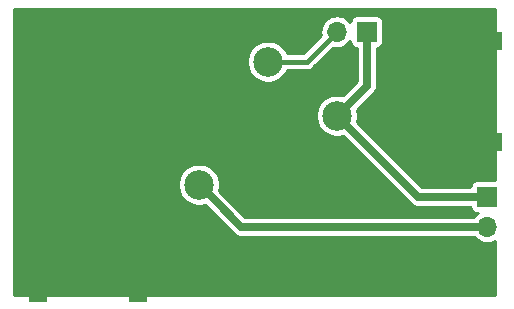
<source format=gbr>
G04 #@! TF.GenerationSoftware,KiCad,Pcbnew,(5.1.0)-1*
G04 #@! TF.CreationDate,2019-05-07T15:38:39-07:00*
G04 #@! TF.ProjectId,ADC Amplifier,41444320-416d-4706-9c69-666965722e6b,rev?*
G04 #@! TF.SameCoordinates,Original*
G04 #@! TF.FileFunction,Copper,L2,Bot*
G04 #@! TF.FilePolarity,Positive*
%FSLAX46Y46*%
G04 Gerber Fmt 4.6, Leading zero omitted, Abs format (unit mm)*
G04 Created by KiCad (PCBNEW (5.1.0)-1) date 2019-05-07 15:38:39*
%MOMM*%
%LPD*%
G04 APERTURE LIST*
%ADD10O,1.700000X1.700000*%
%ADD11R,1.700000X1.700000*%
%ADD12R,5.080000X1.500000*%
%ADD13R,1.500000X5.080000*%
%ADD14C,2.500000*%
%ADD15C,0.635000*%
%ADD16C,0.381000*%
%ADD17C,0.254000*%
G04 APERTURE END LIST*
D10*
X241300000Y-133350000D03*
X241300000Y-130810000D03*
D11*
X241300000Y-128270000D03*
D12*
X240030000Y-115130000D03*
X240030000Y-123630000D03*
D13*
X211800000Y-134620000D03*
X203300000Y-134620000D03*
D10*
X226060000Y-114300000D03*
X228600000Y-114300000D03*
D11*
X231140000Y-114300000D03*
D14*
X203200000Y-115570000D03*
X209550000Y-115570000D03*
X203200000Y-119380000D03*
X219710000Y-114300000D03*
X219710000Y-118110000D03*
X228600000Y-121412000D03*
X216916000Y-127254000D03*
X222758008Y-116840000D03*
D15*
X231140000Y-114300000D02*
X231140000Y-118872000D01*
X231140000Y-118872000D02*
X228600000Y-121412000D01*
X235458000Y-128270000D02*
X241300000Y-128270000D01*
X228600000Y-121412000D02*
X235458000Y-128270000D01*
X241300000Y-130810000D02*
X220472000Y-130810000D01*
X218165999Y-128503999D02*
X216916000Y-127254000D01*
X220472000Y-130810000D02*
X218165999Y-128503999D01*
D16*
X228600000Y-114300000D02*
X226060000Y-116840000D01*
X226060000Y-116840000D02*
X224525774Y-116840000D01*
X224525774Y-116840000D02*
X222758008Y-116840000D01*
D17*
G36*
X241986601Y-126884020D02*
G01*
X240450000Y-126884020D01*
X240345435Y-126894319D01*
X240244889Y-126924819D01*
X240152225Y-126974349D01*
X240071005Y-127041005D01*
X240004349Y-127122225D01*
X239954819Y-127214889D01*
X239924319Y-127315435D01*
X239914109Y-127419100D01*
X235810454Y-127419100D01*
X230316306Y-121924952D01*
X230383400Y-121587650D01*
X230383400Y-121236350D01*
X230316306Y-120899048D01*
X231712120Y-119503234D01*
X231744588Y-119476588D01*
X231850921Y-119347022D01*
X231929933Y-119199201D01*
X231978588Y-119038806D01*
X231990900Y-118913800D01*
X231990900Y-118913794D01*
X231995016Y-118872001D01*
X231990900Y-118830208D01*
X231990900Y-115685891D01*
X232094565Y-115675681D01*
X232195111Y-115645181D01*
X232287775Y-115595651D01*
X232368995Y-115528995D01*
X232435651Y-115447775D01*
X232485181Y-115355111D01*
X232515681Y-115254565D01*
X232525980Y-115150000D01*
X232525980Y-113450000D01*
X232515681Y-113345435D01*
X232485181Y-113244889D01*
X232435651Y-113152225D01*
X232368995Y-113071005D01*
X232287775Y-113004349D01*
X232195111Y-112954819D01*
X232094565Y-112924319D01*
X231990000Y-112914020D01*
X230290000Y-112914020D01*
X230185435Y-112924319D01*
X230084889Y-112954819D01*
X229992225Y-113004349D01*
X229911005Y-113071005D01*
X229844349Y-113152225D01*
X229794819Y-113244889D01*
X229764319Y-113345435D01*
X229754020Y-113450000D01*
X229754020Y-113525513D01*
X229582944Y-113317056D01*
X229372294Y-113144180D01*
X229131966Y-113015722D01*
X228871194Y-112936617D01*
X228667956Y-112916600D01*
X228532044Y-112916600D01*
X228328806Y-112936617D01*
X228068034Y-113015722D01*
X227827706Y-113144180D01*
X227617056Y-113317056D01*
X227444180Y-113527706D01*
X227315722Y-113768034D01*
X227236617Y-114028806D01*
X227209907Y-114300000D01*
X227236617Y-114571194D01*
X227252546Y-114623705D01*
X225760152Y-116116100D01*
X224388497Y-116116100D01*
X224338436Y-115995243D01*
X224143265Y-115703149D01*
X223894859Y-115454743D01*
X223602765Y-115259572D01*
X223278207Y-115125135D01*
X222933658Y-115056600D01*
X222582358Y-115056600D01*
X222237809Y-115125135D01*
X221913251Y-115259572D01*
X221621157Y-115454743D01*
X221372751Y-115703149D01*
X221177580Y-115995243D01*
X221043143Y-116319801D01*
X220974608Y-116664350D01*
X220974608Y-117015650D01*
X221043143Y-117360199D01*
X221177580Y-117684757D01*
X221372751Y-117976851D01*
X221621157Y-118225257D01*
X221913251Y-118420428D01*
X222237809Y-118554865D01*
X222582358Y-118623400D01*
X222933658Y-118623400D01*
X223278207Y-118554865D01*
X223602765Y-118420428D01*
X223894859Y-118225257D01*
X224143265Y-117976851D01*
X224338436Y-117684757D01*
X224388497Y-117563900D01*
X226024444Y-117563900D01*
X226060000Y-117567402D01*
X226201909Y-117553425D01*
X226338365Y-117512032D01*
X226464123Y-117444813D01*
X226574351Y-117354351D01*
X226597024Y-117326725D01*
X228276295Y-115647454D01*
X228328806Y-115663383D01*
X228532044Y-115683400D01*
X228667956Y-115683400D01*
X228871194Y-115663383D01*
X229131966Y-115584278D01*
X229372294Y-115455820D01*
X229582944Y-115282944D01*
X229754020Y-115074487D01*
X229754020Y-115150000D01*
X229764319Y-115254565D01*
X229794819Y-115355111D01*
X229844349Y-115447775D01*
X229911005Y-115528995D01*
X229992225Y-115595651D01*
X230084889Y-115645181D01*
X230185435Y-115675681D01*
X230289100Y-115685891D01*
X230289101Y-118519545D01*
X229112952Y-119695694D01*
X228775650Y-119628600D01*
X228424350Y-119628600D01*
X228079801Y-119697135D01*
X227755243Y-119831572D01*
X227463149Y-120026743D01*
X227214743Y-120275149D01*
X227019572Y-120567243D01*
X226885135Y-120891801D01*
X226816600Y-121236350D01*
X226816600Y-121587650D01*
X226885135Y-121932199D01*
X227019572Y-122256757D01*
X227214743Y-122548851D01*
X227463149Y-122797257D01*
X227755243Y-122992428D01*
X228079801Y-123126865D01*
X228424350Y-123195400D01*
X228775650Y-123195400D01*
X229112952Y-123128306D01*
X234826766Y-128842120D01*
X234853412Y-128874588D01*
X234982978Y-128980921D01*
X235130799Y-129059933D01*
X235291194Y-129108588D01*
X235416200Y-129120900D01*
X235416207Y-129120900D01*
X235458000Y-129125016D01*
X235499793Y-129120900D01*
X239914109Y-129120900D01*
X239924319Y-129224565D01*
X239954819Y-129325111D01*
X240004349Y-129417775D01*
X240071005Y-129498995D01*
X240152225Y-129565651D01*
X240244889Y-129615181D01*
X240345435Y-129645681D01*
X240450000Y-129655980D01*
X240525513Y-129655980D01*
X240317056Y-129827056D01*
X240208690Y-129959100D01*
X220824455Y-129959100D01*
X218738119Y-127872765D01*
X218632306Y-127766952D01*
X218699400Y-127429650D01*
X218699400Y-127078350D01*
X218630865Y-126733801D01*
X218496428Y-126409243D01*
X218301257Y-126117149D01*
X218052851Y-125868743D01*
X217760757Y-125673572D01*
X217436199Y-125539135D01*
X217091650Y-125470600D01*
X216740350Y-125470600D01*
X216395801Y-125539135D01*
X216071243Y-125673572D01*
X215779149Y-125868743D01*
X215530743Y-126117149D01*
X215335572Y-126409243D01*
X215201135Y-126733801D01*
X215132600Y-127078350D01*
X215132600Y-127429650D01*
X215201135Y-127774199D01*
X215335572Y-128098757D01*
X215530743Y-128390851D01*
X215779149Y-128639257D01*
X216071243Y-128834428D01*
X216395801Y-128968865D01*
X216740350Y-129037400D01*
X217091650Y-129037400D01*
X217428952Y-128970306D01*
X217534765Y-129076119D01*
X219840770Y-131382125D01*
X219867412Y-131414588D01*
X219899875Y-131441230D01*
X219899879Y-131441234D01*
X219942678Y-131476358D01*
X219996978Y-131520921D01*
X220144799Y-131599933D01*
X220305194Y-131648588D01*
X220430200Y-131660900D01*
X220430207Y-131660900D01*
X220472000Y-131665016D01*
X220513793Y-131660900D01*
X240208690Y-131660900D01*
X240317056Y-131792944D01*
X240527706Y-131965820D01*
X240768034Y-132094278D01*
X241028806Y-132173383D01*
X241232044Y-132193400D01*
X241367956Y-132193400D01*
X241571194Y-132173383D01*
X241831966Y-132094278D01*
X241986601Y-132011624D01*
X241986601Y-136576600D01*
X201243400Y-136576600D01*
X201243400Y-112343400D01*
X241986600Y-112343400D01*
X241986601Y-126884020D01*
X241986601Y-126884020D01*
G37*
X241986601Y-126884020D02*
X240450000Y-126884020D01*
X240345435Y-126894319D01*
X240244889Y-126924819D01*
X240152225Y-126974349D01*
X240071005Y-127041005D01*
X240004349Y-127122225D01*
X239954819Y-127214889D01*
X239924319Y-127315435D01*
X239914109Y-127419100D01*
X235810454Y-127419100D01*
X230316306Y-121924952D01*
X230383400Y-121587650D01*
X230383400Y-121236350D01*
X230316306Y-120899048D01*
X231712120Y-119503234D01*
X231744588Y-119476588D01*
X231850921Y-119347022D01*
X231929933Y-119199201D01*
X231978588Y-119038806D01*
X231990900Y-118913800D01*
X231990900Y-118913794D01*
X231995016Y-118872001D01*
X231990900Y-118830208D01*
X231990900Y-115685891D01*
X232094565Y-115675681D01*
X232195111Y-115645181D01*
X232287775Y-115595651D01*
X232368995Y-115528995D01*
X232435651Y-115447775D01*
X232485181Y-115355111D01*
X232515681Y-115254565D01*
X232525980Y-115150000D01*
X232525980Y-113450000D01*
X232515681Y-113345435D01*
X232485181Y-113244889D01*
X232435651Y-113152225D01*
X232368995Y-113071005D01*
X232287775Y-113004349D01*
X232195111Y-112954819D01*
X232094565Y-112924319D01*
X231990000Y-112914020D01*
X230290000Y-112914020D01*
X230185435Y-112924319D01*
X230084889Y-112954819D01*
X229992225Y-113004349D01*
X229911005Y-113071005D01*
X229844349Y-113152225D01*
X229794819Y-113244889D01*
X229764319Y-113345435D01*
X229754020Y-113450000D01*
X229754020Y-113525513D01*
X229582944Y-113317056D01*
X229372294Y-113144180D01*
X229131966Y-113015722D01*
X228871194Y-112936617D01*
X228667956Y-112916600D01*
X228532044Y-112916600D01*
X228328806Y-112936617D01*
X228068034Y-113015722D01*
X227827706Y-113144180D01*
X227617056Y-113317056D01*
X227444180Y-113527706D01*
X227315722Y-113768034D01*
X227236617Y-114028806D01*
X227209907Y-114300000D01*
X227236617Y-114571194D01*
X227252546Y-114623705D01*
X225760152Y-116116100D01*
X224388497Y-116116100D01*
X224338436Y-115995243D01*
X224143265Y-115703149D01*
X223894859Y-115454743D01*
X223602765Y-115259572D01*
X223278207Y-115125135D01*
X222933658Y-115056600D01*
X222582358Y-115056600D01*
X222237809Y-115125135D01*
X221913251Y-115259572D01*
X221621157Y-115454743D01*
X221372751Y-115703149D01*
X221177580Y-115995243D01*
X221043143Y-116319801D01*
X220974608Y-116664350D01*
X220974608Y-117015650D01*
X221043143Y-117360199D01*
X221177580Y-117684757D01*
X221372751Y-117976851D01*
X221621157Y-118225257D01*
X221913251Y-118420428D01*
X222237809Y-118554865D01*
X222582358Y-118623400D01*
X222933658Y-118623400D01*
X223278207Y-118554865D01*
X223602765Y-118420428D01*
X223894859Y-118225257D01*
X224143265Y-117976851D01*
X224338436Y-117684757D01*
X224388497Y-117563900D01*
X226024444Y-117563900D01*
X226060000Y-117567402D01*
X226201909Y-117553425D01*
X226338365Y-117512032D01*
X226464123Y-117444813D01*
X226574351Y-117354351D01*
X226597024Y-117326725D01*
X228276295Y-115647454D01*
X228328806Y-115663383D01*
X228532044Y-115683400D01*
X228667956Y-115683400D01*
X228871194Y-115663383D01*
X229131966Y-115584278D01*
X229372294Y-115455820D01*
X229582944Y-115282944D01*
X229754020Y-115074487D01*
X229754020Y-115150000D01*
X229764319Y-115254565D01*
X229794819Y-115355111D01*
X229844349Y-115447775D01*
X229911005Y-115528995D01*
X229992225Y-115595651D01*
X230084889Y-115645181D01*
X230185435Y-115675681D01*
X230289100Y-115685891D01*
X230289101Y-118519545D01*
X229112952Y-119695694D01*
X228775650Y-119628600D01*
X228424350Y-119628600D01*
X228079801Y-119697135D01*
X227755243Y-119831572D01*
X227463149Y-120026743D01*
X227214743Y-120275149D01*
X227019572Y-120567243D01*
X226885135Y-120891801D01*
X226816600Y-121236350D01*
X226816600Y-121587650D01*
X226885135Y-121932199D01*
X227019572Y-122256757D01*
X227214743Y-122548851D01*
X227463149Y-122797257D01*
X227755243Y-122992428D01*
X228079801Y-123126865D01*
X228424350Y-123195400D01*
X228775650Y-123195400D01*
X229112952Y-123128306D01*
X234826766Y-128842120D01*
X234853412Y-128874588D01*
X234982978Y-128980921D01*
X235130799Y-129059933D01*
X235291194Y-129108588D01*
X235416200Y-129120900D01*
X235416207Y-129120900D01*
X235458000Y-129125016D01*
X235499793Y-129120900D01*
X239914109Y-129120900D01*
X239924319Y-129224565D01*
X239954819Y-129325111D01*
X240004349Y-129417775D01*
X240071005Y-129498995D01*
X240152225Y-129565651D01*
X240244889Y-129615181D01*
X240345435Y-129645681D01*
X240450000Y-129655980D01*
X240525513Y-129655980D01*
X240317056Y-129827056D01*
X240208690Y-129959100D01*
X220824455Y-129959100D01*
X218738119Y-127872765D01*
X218632306Y-127766952D01*
X218699400Y-127429650D01*
X218699400Y-127078350D01*
X218630865Y-126733801D01*
X218496428Y-126409243D01*
X218301257Y-126117149D01*
X218052851Y-125868743D01*
X217760757Y-125673572D01*
X217436199Y-125539135D01*
X217091650Y-125470600D01*
X216740350Y-125470600D01*
X216395801Y-125539135D01*
X216071243Y-125673572D01*
X215779149Y-125868743D01*
X215530743Y-126117149D01*
X215335572Y-126409243D01*
X215201135Y-126733801D01*
X215132600Y-127078350D01*
X215132600Y-127429650D01*
X215201135Y-127774199D01*
X215335572Y-128098757D01*
X215530743Y-128390851D01*
X215779149Y-128639257D01*
X216071243Y-128834428D01*
X216395801Y-128968865D01*
X216740350Y-129037400D01*
X217091650Y-129037400D01*
X217428952Y-128970306D01*
X217534765Y-129076119D01*
X219840770Y-131382125D01*
X219867412Y-131414588D01*
X219899875Y-131441230D01*
X219899879Y-131441234D01*
X219942678Y-131476358D01*
X219996978Y-131520921D01*
X220144799Y-131599933D01*
X220305194Y-131648588D01*
X220430200Y-131660900D01*
X220430207Y-131660900D01*
X220472000Y-131665016D01*
X220513793Y-131660900D01*
X240208690Y-131660900D01*
X240317056Y-131792944D01*
X240527706Y-131965820D01*
X240768034Y-132094278D01*
X241028806Y-132173383D01*
X241232044Y-132193400D01*
X241367956Y-132193400D01*
X241571194Y-132173383D01*
X241831966Y-132094278D01*
X241986601Y-132011624D01*
X241986601Y-136576600D01*
X201243400Y-136576600D01*
X201243400Y-112343400D01*
X241986600Y-112343400D01*
X241986601Y-126884020D01*
M02*

</source>
